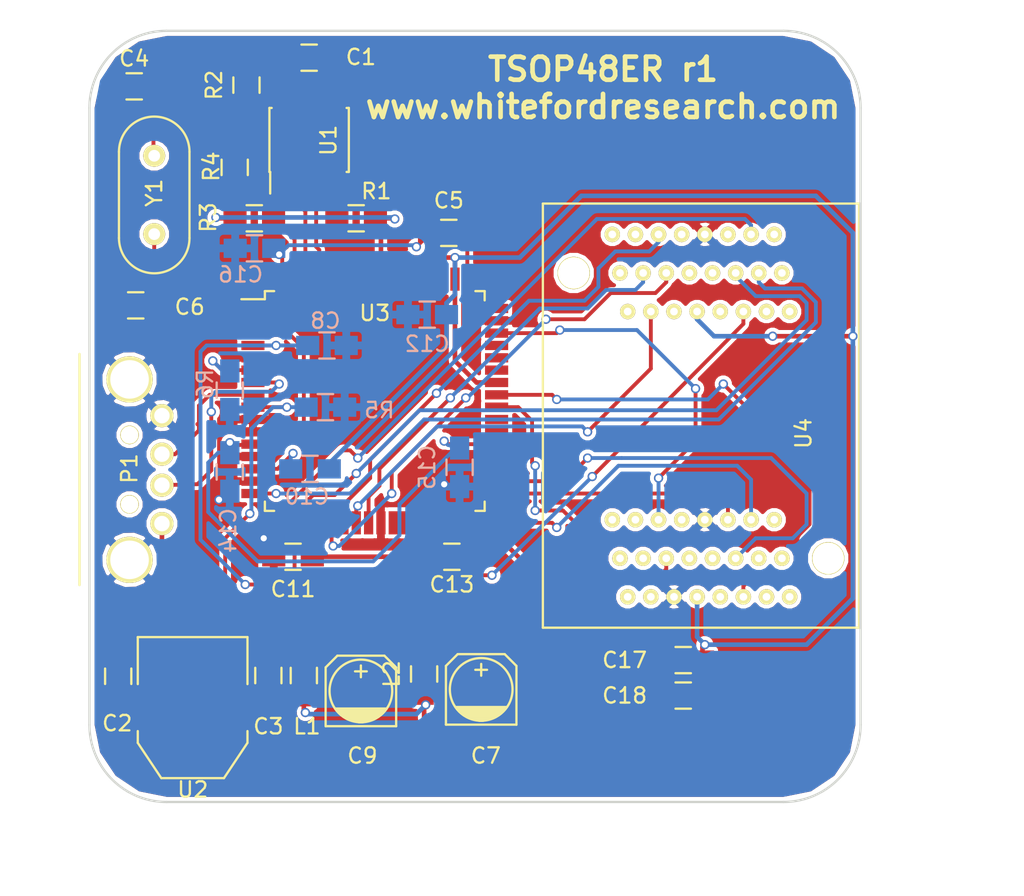
<source format=kicad_pcb>
(kicad_pcb (version 4) (host pcbnew "(2015-11-24 BZR 6329)-product")
  (layers (0 F.Cu signal) (31 B.Cu signal hide) (34 B.Paste user) (35 F.Paste user) (36 B.SilkS user hide) (37 F.SilkS user) (38 B.Mask user hide) (39 F.Mask user) (44 Edge.Cuts user))
  (net 0 "")
  (net 1 +3V3)
  (net 2 GND)
  (net 3 "Net-(C2-Pad1)")
  (net 4 "Net-(C2-Pad2)")
  (net 5 "Net-(C4-Pad1)")
  (net 6 +1V8)
  (net 7 "Net-(C5-Pad2)")
  (net 8 "Net-(C6-Pad1)")
  (net 9 "Net-(C7-Pad1)")
  (net 10 "Net-(C10-Pad1)")
  (net 11 "Net-(P1-Pad3)")
  (net 12 "Net-(P1-Pad2)")
  (net 13 "Net-(R1-Pad2)")
  (net 14 "Net-(R2-Pad1)")
  (net 15 "Net-(R3-Pad2)")
  (net 16 "Net-(R4-Pad2)")
  (net 17 "Net-(R5-Pad2)")
  (net 18 "Net-(R6-Pad2)")
  (net 19 "Net-(U3-Pad16)")
  (net 20 "Net-(U3-Pad17)")
  (net 21 "Net-(U3-Pad18)")
  (net 22 "Net-(U3-Pad19)")
  (net 23 "Net-(U3-Pad21)")
  (net 24 "Net-(U3-Pad22)")
  (net 25 "Net-(U3-Pad23)")
  (net 26 "Net-(U3-Pad24)")
  (net 27 NAND_WP)
  (net 28 NAND_CLE)
  (net 29 NAND_ALE)
  (net 30 NAND_RE)
  (net 31 NAND_WE)
  (net 32 NAND_RB)
  (net 33 "Net-(U4-Pad26)")
  (net 34 "Net-(U4-Pad27)")
  (module Capacitors_SMD:C_0805_HandSoldering (layer F.Cu) (at 198.5 118.1)
    (fp_text reference C18 (at -3.8 0) (layer F.SilkS))
    (fp_text value C_Small hide)
    (pad 1 smd rect (at -1.25 0) (size 1.5 1.25) (layers F.Cu F.Paste F.Mask) (net 2 GND))
    (pad 2 smd rect (at 1.25 0) (size 1.5 1.25) (layers F.Cu F.Paste F.Mask) (net 1 +3V3))
  )
  (module tsop48zif:TSOP48ZIF (layer F.Cu) (at 211.9 106.7 90)
    (fp_text reference U4 (at 5.6 -5.6 90) (layer F.SilkS))
    (fp_text value TSSOP48_NAND hide)
    (pad 1 thru_hole circle (at 0 -18 270) (size 1 1) (drill 0.5) (layers *.Cu *.Mask F.SilkS))
    (pad 2 thru_hole circle (at -2.5 -17.5 270) (size 1 1) (drill 0.5) (layers *.Cu *.Mask F.SilkS))
    (pad 3 thru_hole circle (at -5 -17 270) (size 1 1) (drill 0.5) (layers *.Cu *.Mask F.SilkS))
    (pad 4 thru_hole circle (at 0 -16.5 270) (size 1 1) (drill 0.5) (layers *.Cu *.Mask F.SilkS))
    (pad 5 thru_hole circle (at -2.5 -16 270) (size 1 1) (drill 0.5) (layers *.Cu *.Mask F.SilkS))
    (pad 6 thru_hole circle (at -5 -15.5 270) (size 1 1) (drill 0.5) (layers *.Cu *.Mask F.SilkS))
    (pad 7 thru_hole circle (at 0 -15 270) (size 1 1) (drill 0.5) (layers *.Cu *.Mask F.SilkS) (net 32 NAND_RB))
    (pad 8 thru_hole circle (at -2.5 -14.5 270) (size 1 1) (drill 0.5) (layers *.Cu *.Mask F.SilkS) (net 30 NAND_RE))
    (pad 9 thru_hole circle (at -5 -14 270) (size 1 1) (drill 0.5) (layers *.Cu *.Mask F.SilkS) (net 2 GND))
    (pad 10 thru_hole circle (at 0 -13.5 270) (size 1 1) (drill 0.5) (layers *.Cu *.Mask F.SilkS))
    (pad 11 thru_hole circle (at -2.5 -13 270) (size 1 1) (drill 0.5) (layers *.Cu *.Mask F.SilkS))
    (pad 12 thru_hole circle (at -5 -12.5 270) (size 1 1) (drill 0.5) (layers *.Cu *.Mask F.SilkS) (net 1 +3V3))
    (pad 13 thru_hole circle (at 0 -12 270) (size 1 1) (drill 0.5) (layers *.Cu *.Mask F.SilkS) (net 2 GND))
    (pad 14 thru_hole circle (at -2.5 -11.5 270) (size 1 1) (drill 0.5) (layers *.Cu *.Mask F.SilkS))
    (pad 15 thru_hole circle (at -5 -11 270) (size 1 1) (drill 0.5) (layers *.Cu *.Mask F.SilkS))
    (pad 16 thru_hole circle (at 0 -10.5 270) (size 1 1) (drill 0.5) (layers *.Cu *.Mask F.SilkS) (net 28 NAND_CLE))
    (pad 17 thru_hole circle (at -2.5 -10 270) (size 1 1) (drill 0.5) (layers *.Cu *.Mask F.SilkS) (net 29 NAND_ALE))
    (pad 18 thru_hole circle (at -5 -9.5 270) (size 1 1) (drill 0.5) (layers *.Cu *.Mask F.SilkS) (net 31 NAND_WE))
    (pad 19 thru_hole circle (at 0 -9 270) (size 1 1) (drill 0.5) (layers *.Cu *.Mask F.SilkS) (net 27 NAND_WP))
    (pad 20 thru_hole circle (at -2.5 -8.5 270) (size 1 1) (drill 0.5) (layers *.Cu *.Mask F.SilkS))
    (pad 21 thru_hole circle (at -5 -8 270) (size 1 1) (drill 0.5) (layers *.Cu *.Mask F.SilkS))
    (pad 22 thru_hole circle (at 0 -7.5 270) (size 1 1) (drill 0.5) (layers *.Cu *.Mask F.SilkS))
    (pad 23 thru_hole circle (at -2.5 -7 270) (size 1 1) (drill 0.5) (layers *.Cu *.Mask F.SilkS))
    (pad 24 thru_hole circle (at -5 -6.5 270) (size 1 1) (drill 0.5) (layers *.Cu *.Mask F.SilkS))
    (pad 25 thru_hole circle (at 13.5 -6.5 270) (size 1 1) (drill 0.5) (layers *.Cu *.Mask F.SilkS))
    (pad 26 thru_hole circle (at 16 -7 270) (size 1 1) (drill 0.5) (layers *.Cu *.Mask F.SilkS) (net 33 "Net-(U4-Pad26)"))
    (pad 27 thru_hole circle (at 18.5 -7.5 270) (size 1 1) (drill 0.5) (layers *.Cu *.Mask F.SilkS) (net 34 "Net-(U4-Pad27)"))
    (pad 28 thru_hole circle (at 13.5 -8 270) (size 1 1) (drill 0.5) (layers *.Cu *.Mask F.SilkS))
    (pad 29 thru_hole circle (at 16 -8.5 270) (size 1 1) (drill 0.5) (layers *.Cu *.Mask F.SilkS) (net 19 "Net-(U3-Pad16)"))
    (pad 30 thru_hole circle (at 18.5 -9 270) (size 1 1) (drill 0.5) (layers *.Cu *.Mask F.SilkS) (net 20 "Net-(U3-Pad17)"))
    (pad 31 thru_hole circle (at 13.5 -9.5 270) (size 1 1) (drill 0.5) (layers *.Cu *.Mask F.SilkS) (net 21 "Net-(U3-Pad18)"))
    (pad 32 thru_hole circle (at 16 -10 270) (size 1 1) (drill 0.5) (layers *.Cu *.Mask F.SilkS) (net 22 "Net-(U3-Pad19)"))
    (pad 33 thru_hole circle (at 18.5 -10.5 270) (size 1 1) (drill 0.5) (layers *.Cu *.Mask F.SilkS))
    (pad 34 thru_hole circle (at 13.5 -11 270) (size 1 1) (drill 0.5) (layers *.Cu *.Mask F.SilkS))
    (pad 35 thru_hole circle (at 16 -11.5 270) (size 1 1) (drill 0.5) (layers *.Cu *.Mask F.SilkS))
    (pad 36 thru_hole circle (at 18.5 -12 270) (size 1 1) (drill 0.5) (layers *.Cu *.Mask F.SilkS) (net 2 GND))
    (pad 37 thru_hole circle (at 13.5 -12.5 270) (size 1 1) (drill 0.5) (layers *.Cu *.Mask F.SilkS) (net 1 +3V3))
    (pad 38 thru_hole circle (at 16 -13 270) (size 1 1) (drill 0.5) (layers *.Cu *.Mask F.SilkS))
    (pad 39 thru_hole circle (at 18.5 -13.5 270) (size 1 1) (drill 0.5) (layers *.Cu *.Mask F.SilkS))
    (pad 40 thru_hole circle (at 13.5 -14 270) (size 1 1) (drill 0.5) (layers *.Cu *.Mask F.SilkS))
    (pad 41 thru_hole circle (at 16 -14.5 270) (size 1 1) (drill 0.5) (layers *.Cu *.Mask F.SilkS) (net 23 "Net-(U3-Pad21)"))
    (pad 42 thru_hole circle (at 18.5 -15 270) (size 1 1) (drill 0.5) (layers *.Cu *.Mask F.SilkS) (net 24 "Net-(U3-Pad22)"))
    (pad 43 thru_hole circle (at 13.5 -15.5 270) (size 1 1) (drill 0.5) (layers *.Cu *.Mask F.SilkS) (net 25 "Net-(U3-Pad23)"))
    (pad 44 thru_hole circle (at 16 -16 270) (size 1 1) (drill 0.5) (layers *.Cu *.Mask F.SilkS) (net 26 "Net-(U3-Pad24)"))
    (pad 45 thru_hole circle (at 18.5 -16.5 270) (size 1 1) (drill 0.5) (layers *.Cu *.Mask F.SilkS))
    (pad 46 thru_hole circle (at 13.5 -17 270) (size 1 1) (drill 0.5) (layers *.Cu *.Mask F.SilkS))
    (pad 47 thru_hole circle (at 16 -17.5 270) (size 1 1) (drill 0.5) (layers *.Cu *.Mask F.SilkS))
    (pad 48 thru_hole circle (at 18.5 -18 270) (size 1 1) (drill 0.5) (layers *.Cu *.Mask F.SilkS))
    (pad "" thru_hole circle (at 16 -20.5 90) (size 2.1 2.1) (drill 2) (layers *.Cu *.Mask F.SilkS))
    (pad "" thru_hole circle (at -2.5 -4 90) (size 2.1 2.1) (drill 2) (layers *.Cu *.Mask F.SilkS))
  )
  (module Capacitors_SMD:C_0805_HandSoldering (layer F.Cu) (at 174.244 76.74)
    (fp_text reference C1 (at 3.356 -0.04) (layer F.SilkS))
    (fp_text value C_Small hide)
    (pad 1 smd rect (at -1.25 0) (size 1.5 1.25) (layers F.Cu F.Paste F.Mask) (net 1 +3V3))
    (pad 2 smd rect (at 1.25 0) (size 1.5 1.25) (layers F.Cu F.Paste F.Mask) (net 2 GND))
  )
  (module Capacitors_SMD:C_0805_HandSoldering (layer F.Cu) (at 161.864 116.848 270)
    (fp_text reference C2 (at 3.052 0.064 360) (layer F.SilkS))
    (fp_text value C_Small hide)
    (pad 1 smd rect (at -1.25 0 270) (size 1.5 1.25) (layers F.Cu F.Paste F.Mask) (net 3 "Net-(C2-Pad1)"))
    (pad 2 smd rect (at 1.25 0 270) (size 1.5 1.25) (layers F.Cu F.Paste F.Mask) (net 4 "Net-(C2-Pad2)"))
  )
  (module Capacitors_SMD:C_0805_HandSoldering (layer F.Cu) (at 171.6 116.8 270)
    (fp_text reference C3 (at 3.3 0 360) (layer F.SilkS))
    (fp_text value C_Small hide)
    (pad 1 smd rect (at -1.25 0 270) (size 1.5 1.25) (layers F.Cu F.Paste F.Mask) (net 1 +3V3))
    (pad 2 smd rect (at 1.25 0 270) (size 1.5 1.25) (layers F.Cu F.Paste F.Mask) (net 4 "Net-(C2-Pad2)"))
  )
  (module Capacitors_SMD:C_0805_HandSoldering (layer F.Cu) (at 162.9 78.6 180)
    (fp_text reference C4 (at 0 1.8 180) (layer F.SilkS))
    (fp_text value C_Small hide)
    (pad 1 smd rect (at -1.25 0 180) (size 1.5 1.25) (layers F.Cu F.Paste F.Mask) (net 5 "Net-(C4-Pad1)"))
    (pad 2 smd rect (at 1.25 0 180) (size 1.5 1.25) (layers F.Cu F.Paste F.Mask) (net 2 GND))
  )
  (module Capacitors_SMD:C_0805_HandSoldering (layer F.Cu) (at 183.3 88.1)
    (fp_text reference C5 (at 0 -2.1) (layer F.SilkS))
    (fp_text value C_Small hide)
    (pad 1 smd rect (at -1.25 0) (size 1.5 1.25) (layers F.Cu F.Paste F.Mask) (net 6 +1V8))
    (pad 2 smd rect (at 1.25 0) (size 1.5 1.25) (layers F.Cu F.Paste F.Mask) (net 7 "Net-(C5-Pad2)"))
  )
  (module Capacitors_SMD:C_0805_HandSoldering (layer F.Cu) (at 163 92.8 180)
    (fp_text reference C6 (at -3.5 -0.1 180) (layer F.SilkS))
    (fp_text value C_Small)
    (pad 1 smd rect (at -1.25 0 180) (size 1.5 1.25) (layers F.Cu F.Paste F.Mask) (net 8 "Net-(C6-Pad1)"))
    (pad 2 smd rect (at 1.25 0 180) (size 1.5 1.25) (layers F.Cu F.Paste F.Mask) (net 2 GND))
  )
  (module Capacitors_SMD:C_0805_HandSoldering (layer B.Cu) (at 175.4 95.4)
    (fp_text reference C8 (at -0.1 -1.6) (layer B.SilkS) (effects (justify mirror)))
    (fp_text value 100nF)
    (pad 1 smd rect (at -1.25 0) (size 1.5 1.25) (layers B.Cu B.Paste B.Mask) (net 9 "Net-(C7-Pad1)"))
    (pad 2 smd rect (at 1.25 0) (size 1.5 1.25) (layers B.Cu B.Paste B.Mask) (net 2 GND))
  )
  (module Capacitors_SMD:C_0805_HandSoldering (layer B.Cu) (at 175.3 99.4)
    (fp_text reference C10 (at -1.2 5.8) (layer B.SilkS) (effects (justify mirror)))
    (fp_text value 100nF)
    (pad 1 smd rect (at -1.25 0) (size 1.5 1.25) (layers B.Cu B.Paste B.Mask) (net 10 "Net-(C10-Pad1)"))
    (pad 2 smd rect (at 1.25 0) (size 1.5 1.25) (layers B.Cu B.Paste B.Mask) (net 2 GND))
  )
  (module Capacitors_SMD:C_0805_HandSoldering (layer F.Cu) (at 173.2 109.1 180)
    (fp_text reference C11 (at 0 -2.1 180) (layer F.SilkS))
    (fp_text value C_Small)
    (pad 1 smd rect (at -1.25 0 180) (size 1.5 1.25) (layers F.Cu F.Paste F.Mask) (net 1 +3V3))
    (pad 2 smd rect (at 1.25 0 180) (size 1.5 1.25) (layers F.Cu F.Paste F.Mask) (net 2 GND))
  )
  (module Capacitors_SMD:C_0805_HandSoldering (layer B.Cu) (at 181.9 93.4 180)
    (fp_text reference C12 (at 0 -1.9 180) (layer B.SilkS) (effects (justify mirror)))
    (fp_text value C_Small)
    (pad 1 smd rect (at -1.25 0 180) (size 1.5 1.25) (layers B.Cu B.Paste B.Mask) (net 1 +3V3))
    (pad 2 smd rect (at 1.25 0 180) (size 1.5 1.25) (layers B.Cu B.Paste B.Mask) (net 2 GND))
  )
  (module Capacitors_SMD:C_0805_HandSoldering (layer F.Cu) (at 183.5 109.1)
    (fp_text reference C13 (at 0 1.8) (layer F.SilkS))
    (fp_text value C_Small hide)
    (pad 1 smd rect (at -1.25 0) (size 1.5 1.25) (layers F.Cu F.Paste F.Mask) (net 1 +3V3))
    (pad 2 smd rect (at 1.25 0) (size 1.5 1.25) (layers F.Cu F.Paste F.Mask) (net 2 GND))
  )
  (module Capacitors_SMD:C_0805_HandSoldering (layer B.Cu) (at 169.1 103.6 270)
    (fp_text reference C14 (at 3.8 0.1 270) (layer B.SilkS) (effects (justify mirror)))
    (fp_text value C_Small)
    (pad 1 smd rect (at -1.25 0 270) (size 1.5 1.25) (layers B.Cu B.Paste B.Mask) (net 6 +1V8))
    (pad 2 smd rect (at 1.25 0 270) (size 1.5 1.25) (layers B.Cu B.Paste B.Mask) (net 2 GND))
  )
  (module Capacitors_SMD:C_0805_HandSoldering (layer B.Cu) (at 184 103.3 270)
    (fp_text reference C15 (at 0 2.1 270) (layer B.SilkS) (effects (justify mirror)))
    (fp_text value C_Small)
    (pad 1 smd rect (at -1.25 0 270) (size 1.5 1.25) (layers B.Cu B.Paste B.Mask) (net 6 +1V8))
    (pad 2 smd rect (at 1.25 0 270) (size 1.5 1.25) (layers B.Cu B.Paste B.Mask) (net 2 GND))
  )
  (module Capacitors_SMD:C_0805_HandSoldering (layer B.Cu) (at 170.7 89.1 180)
    (fp_text reference C16 (at 0.9 -1.7 180) (layer B.SilkS) (effects (justify mirror)))
    (fp_text value C_Small)
    (pad 1 smd rect (at -1.25 0 180) (size 1.5 1.25) (layers B.Cu B.Paste B.Mask) (net 6 +1V8))
    (pad 2 smd rect (at 1.25 0 180) (size 1.5 1.25) (layers B.Cu B.Paste B.Mask) (net 2 GND))
  )
  (module Capacitors_SMD:C_0805_HandSoldering (layer F.Cu) (at 198.5 115.8)
    (fp_text reference C17 (at -3.8 0) (layer F.SilkS))
    (fp_text value C_Small hide)
    (pad 1 smd rect (at -1.25 0) (size 1.5 1.25) (layers F.Cu F.Paste F.Mask) (net 2 GND))
    (pad 2 smd rect (at 1.25 0) (size 1.5 1.25) (layers F.Cu F.Paste F.Mask) (net 1 +3V3))
  )
  (module Capacitors_SMD:C_0805_HandSoldering (layer F.Cu) (at 173.9 116.8 90)
    (fp_text reference L1 (at -3.3 0.2 180) (layer F.SilkS))
    (fp_text value INDUCTOR_SMALL hide)
    (pad 1 smd rect (at -1.25 0 90) (size 1.5 1.25) (layers F.Cu F.Paste F.Mask) (net 1 +3V3))
    (pad 2 smd rect (at 1.25 0 90) (size 1.5 1.25) (layers F.Cu F.Paste F.Mask) (net 10 "Net-(C10-Pad1)"))
  )
  (module Capacitors_SMD:C_0805_HandSoldering (layer F.Cu) (at 181.7 116.7 90)
    (fp_text reference L2 (at 0 -2.1 90) (layer F.SilkS))
    (fp_text value INDUCTOR_SMALL hide)
    (pad 1 smd rect (at -1.25 0 90) (size 1.5 1.25) (layers F.Cu F.Paste F.Mask) (net 1 +3V3))
    (pad 2 smd rect (at 1.25 0 90) (size 1.5 1.25) (layers F.Cu F.Paste F.Mask) (net 9 "Net-(C7-Pad1)"))
  )
  (module usbAtaobao:USB_A (layer F.Cu) (at 160.5 107 90)
    (fp_text reference P1 (at 3.62 2.09 90) (layer F.SilkS))
    (fp_text value USB_B hide)
    (pad 4 thru_hole circle (at 7.05 4.2) (size 1.50114 1.50114) (drill 1.00076) (layers *.Cu *.Mask F.SilkS) (net 2 GND))
    (pad 3 thru_hole circle (at 4.55 4.2) (size 1.50114 1.50114) (drill 1.00076) (layers *.Cu *.Mask F.SilkS) (net 11 "Net-(P1-Pad3)"))
    (pad 2 thru_hole circle (at 2.54 4.2) (size 1.50114 1.50114) (drill 1.00076) (layers *.Cu *.Mask F.SilkS) (net 12 "Net-(P1-Pad2)"))
    (pad 1 thru_hole circle (at 0.05 4.2) (size 1.50114 1.50114) (drill 1.00076) (layers *.Cu *.Mask F.SilkS) (net 3 "Net-(C2-Pad1)"))
    (pad 5 thru_hole circle (at 9.4 2.1) (size 2.99974 2.99974) (drill 2.5) (layers *.Cu *.Mask F.SilkS) (net 2 GND))
    (pad 5 thru_hole circle (at -2.3 2.1) (size 2.99974 2.99974) (drill 2.5) (layers *.Cu *.Mask F.SilkS) (net 2 GND))
    (pad 6 thru_hole circle (at 5.8 2.1) (size 1.2 1.2) (drill 1.1) (layers *.Cu *.Mask F.SilkS))
    (pad 7 thru_hole circle (at 1.3 2.1) (size 1.2 1.2) (drill 1.1) (layers *.Cu *.Mask F.SilkS))
  )
  (module Capacitors_SMD:C_0805_HandSoldering (layer F.Cu) (at 177.292 87.154 180)
    (fp_text reference R1 (at -1.308 1.754 180) (layer F.SilkS))
    (fp_text value 10K hide)
    (pad 1 smd rect (at -1.25 0 180) (size 1.5 1.25) (layers F.Cu F.Paste F.Mask) (net 1 +3V3))
    (pad 2 smd rect (at 1.25 0 180) (size 1.5 1.25) (layers F.Cu F.Paste F.Mask) (net 13 "Net-(R1-Pad2)"))
  )
  (module Capacitors_SMD:C_0805_HandSoldering (layer F.Cu) (at 170.18 78.518 90)
    (fp_text reference R2 (at 0 -2.1 90) (layer F.SilkS))
    (fp_text value 2K hide)
    (pad 1 smd rect (at -1.25 0 90) (size 1.5 1.25) (layers F.Cu F.Paste F.Mask) (net 14 "Net-(R2-Pad1)"))
    (pad 2 smd rect (at 1.25 0 90) (size 1.5 1.25) (layers F.Cu F.Paste F.Mask) (net 1 +3V3))
  )
  (module Capacitors_SMD:C_0805_HandSoldering (layer F.Cu) (at 170.688 87.154)
    (fp_text reference R3 (at -2.988 -0.054 90) (layer F.SilkS))
    (fp_text value 10K hide)
    (pad 1 smd rect (at -1.25 0) (size 1.5 1.25) (layers F.Cu F.Paste F.Mask) (net 1 +3V3))
    (pad 2 smd rect (at 1.25 0) (size 1.5 1.25) (layers F.Cu F.Paste F.Mask) (net 15 "Net-(R3-Pad2)"))
  )
  (module Capacitors_SMD:C_0805_HandSoldering (layer F.Cu) (at 169.418 83.852 90)
    (fp_text reference R4 (at 0.052 -1.518 90) (layer F.SilkS))
    (fp_text value 10K hide)
    (pad 1 smd rect (at -1.25 0 90) (size 1.5 1.25) (layers F.Cu F.Paste F.Mask) (net 1 +3V3))
    (pad 2 smd rect (at 1.25 0 90) (size 1.5 1.25) (layers F.Cu F.Paste F.Mask) (net 16 "Net-(R4-Pad2)"))
  )
  (module Capacitors_SMD:C_0805_HandSoldering (layer B.Cu) (at 174.3 103.4 180)
    (fp_text reference R5 (at -4.5 3.8 180) (layer B.SilkS) (effects (justify mirror)))
    (fp_text value 10K hide)
    (pad 1 smd rect (at -1.25 0 180) (size 1.5 1.25) (layers B.Cu B.Paste B.Mask) (net 1 +3V3))
    (pad 2 smd rect (at 1.25 0 180) (size 1.5 1.25) (layers B.Cu B.Paste B.Mask) (net 17 "Net-(R5-Pad2)"))
  )
  (module Capacitors_SMD:C_0805_HandSoldering (layer B.Cu) (at 169.1 98.3 90)
    (fp_text reference R6 (at 0.4 -1.6 90) (layer B.SilkS) (effects (justify mirror)))
    (fp_text value 12k)
    (pad 1 smd rect (at -1.25 0 90) (size 1.5 1.25) (layers B.Cu B.Paste B.Mask) (net 2 GND))
    (pad 2 smd rect (at 1.25 0 90) (size 1.5 1.25) (layers B.Cu B.Paste B.Mask) (net 18 "Net-(R6-Pad2)"))
  )
  (module TO_SOT_Packages_SMD:SOT-223 (layer F.Cu) (at 166.69 118.88 180)
    (fp_text reference U2 (at -0.01 -5.32 180) (layer F.SilkS))
    (fp_text value AP1117 hide)
    (pad 4 smd rect (at 0 -3.302 180) (size 3.6576 2.032) (layers F.Cu F.Paste F.Mask))
    (pad 2 smd rect (at 0 3.302 180) (size 1.016 2.032) (layers F.Cu F.Paste F.Mask) (net 1 +3V3))
    (pad 3 smd rect (at 2.286 3.302 180) (size 1.016 2.032) (layers F.Cu F.Paste F.Mask) (net 3 "Net-(C2-Pad1)"))
    (pad 1 smd rect (at -2.286 3.302 180) (size 1.016 2.032) (layers F.Cu F.Paste F.Mask) (net 4 "Net-(C2-Pad2)"))
  )
  (module Housings_QFP:LQFP-64_14x14mm_Pitch0.8mm (layer F.Cu) (at 178.5 99)
    (fp_text reference U3 (at 0 -5.7) (layer F.SilkS))
    (fp_text value FT2232 hide)
    (pad 1 smd rect (at -7.9 -6) (size 1.5 0.6) (layers F.Cu F.Paste F.Mask) (net 2 GND))
    (pad 2 smd rect (at -7.9 -5.2) (size 1.5 0.6) (layers F.Cu F.Paste F.Mask) (net 5 "Net-(C4-Pad1)"))
    (pad 3 smd rect (at -7.9 -4.4) (size 1.5 0.6) (layers F.Cu F.Paste F.Mask) (net 8 "Net-(C6-Pad1)"))
    (pad 4 smd rect (at -7.9 -3.6) (size 1.5 0.6) (layers F.Cu F.Paste F.Mask) (net 9 "Net-(C7-Pad1)"))
    (pad 5 smd rect (at -7.9 -2.8) (size 1.5 0.6) (layers F.Cu F.Paste F.Mask) (net 2 GND))
    (pad 6 smd rect (at -7.9 -2) (size 1.5 0.6) (layers F.Cu F.Paste F.Mask) (net 18 "Net-(R6-Pad2)"))
    (pad 7 smd rect (at -7.9 -1.2) (size 1.5 0.6) (layers F.Cu F.Paste F.Mask) (net 12 "Net-(P1-Pad2)"))
    (pad 8 smd rect (at -7.9 -0.4) (size 1.5 0.6) (layers F.Cu F.Paste F.Mask) (net 11 "Net-(P1-Pad3)"))
    (pad 9 smd rect (at -7.9 0.4) (size 1.5 0.6) (layers F.Cu F.Paste F.Mask) (net 10 "Net-(C10-Pad1)"))
    (pad 10 smd rect (at -7.9 1.2) (size 1.5 0.6) (layers F.Cu F.Paste F.Mask) (net 2 GND))
    (pad 11 smd rect (at -7.9 2) (size 1.5 0.6) (layers F.Cu F.Paste F.Mask) (net 2 GND))
    (pad 12 smd rect (at -7.9 2.8) (size 1.5 0.6) (layers F.Cu F.Paste F.Mask) (net 6 +1V8))
    (pad 13 smd rect (at -7.9 3.6) (size 1.5 0.6) (layers F.Cu F.Paste F.Mask) (net 2 GND))
    (pad 14 smd rect (at -7.9 4.4) (size 1.5 0.6) (layers F.Cu F.Paste F.Mask) (net 17 "Net-(R5-Pad2)"))
    (pad 15 smd rect (at -7.9 5.2) (size 1.5 0.6) (layers F.Cu F.Paste F.Mask) (net 2 GND))
    (pad 16 smd rect (at -7.9 6) (size 1.5 0.6) (layers F.Cu F.Paste F.Mask) (net 19 "Net-(U3-Pad16)"))
    (pad 17 smd rect (at -6 7.9 90) (size 1.5 0.6) (layers F.Cu F.Paste F.Mask) (net 20 "Net-(U3-Pad17)"))
    (pad 18 smd rect (at -5.2 7.9 90) (size 1.5 0.6) (layers F.Cu F.Paste F.Mask) (net 21 "Net-(U3-Pad18)"))
    (pad 19 smd rect (at -4.4 7.9 90) (size 1.5 0.6) (layers F.Cu F.Paste F.Mask) (net 22 "Net-(U3-Pad19)"))
    (pad 20 smd rect (at -3.6 7.9 90) (size 1.5 0.6) (layers F.Cu F.Paste F.Mask) (net 1 +3V3))
    (pad 21 smd rect (at -2.8 7.9 90) (size 1.5 0.6) (layers F.Cu F.Paste F.Mask) (net 23 "Net-(U3-Pad21)"))
    (pad 22 smd rect (at -2 7.9 90) (size 1.5 0.6) (layers F.Cu F.Paste F.Mask) (net 24 "Net-(U3-Pad22)"))
    (pad 23 smd rect (at -1.2 7.9 90) (size 1.5 0.6) (layers F.Cu F.Paste F.Mask) (net 25 "Net-(U3-Pad23)"))
    (pad 24 smd rect (at -0.4 7.9 90) (size 1.5 0.6) (layers F.Cu F.Paste F.Mask) (net 26 "Net-(U3-Pad24)"))
    (pad 25 smd rect (at 0.4 7.9 90) (size 1.5 0.6) (layers F.Cu F.Paste F.Mask) (net 2 GND))
    (pad 26 smd rect (at 1.2 7.9 90) (size 1.5 0.6) (layers F.Cu F.Paste F.Mask))
    (pad 27 smd rect (at 2 7.9 90) (size 1.5 0.6) (layers F.Cu F.Paste F.Mask))
    (pad 28 smd rect (at 2.8 7.9 90) (size 1.5 0.6) (layers F.Cu F.Paste F.Mask))
    (pad 29 smd rect (at 3.6 7.9 90) (size 1.5 0.6) (layers F.Cu F.Paste F.Mask))
    (pad 30 smd rect (at 4.4 7.9 90) (size 1.5 0.6) (layers F.Cu F.Paste F.Mask))
    (pad 31 smd rect (at 5.2 7.9 90) (size 1.5 0.6) (layers F.Cu F.Paste F.Mask) (net 1 +3V3))
    (pad 32 smd rect (at 6 7.9 90) (size 1.5 0.6) (layers F.Cu F.Paste F.Mask) (net 27 NAND_WP))
    (pad 33 smd rect (at 7.9 6) (size 1.5 0.6) (layers F.Cu F.Paste F.Mask) (net 28 NAND_CLE))
    (pad 34 smd rect (at 7.9 5.2) (size 1.5 0.6) (layers F.Cu F.Paste F.Mask) (net 29 NAND_ALE))
    (pad 35 smd rect (at 7.9 4.4) (size 1.5 0.6) (layers F.Cu F.Paste F.Mask) (net 2 GND))
    (pad 36 smd rect (at 7.9 3.6) (size 1.5 0.6) (layers F.Cu F.Paste F.Mask))
    (pad 37 smd rect (at 7.9 2.8) (size 1.5 0.6) (layers F.Cu F.Paste F.Mask) (net 6 +1V8))
    (pad 38 smd rect (at 7.9 2) (size 1.5 0.6) (layers F.Cu F.Paste F.Mask))
    (pad 39 smd rect (at 7.9 1.2) (size 1.5 0.6) (layers F.Cu F.Paste F.Mask))
    (pad 40 smd rect (at 7.9 0.4) (size 1.5 0.6) (layers F.Cu F.Paste F.Mask) (net 30 NAND_RE))
    (pad 41 smd rect (at 7.9 -0.4) (size 1.5 0.6) (layers F.Cu F.Paste F.Mask) (net 31 NAND_WE))
    (pad 42 smd rect (at 7.9 -1.2) (size 1.5 0.6) (layers F.Cu F.Paste F.Mask) (net 1 +3V3))
    (pad 43 smd rect (at 7.9 -2) (size 1.5 0.6) (layers F.Cu F.Paste F.Mask))
    (pad 44 smd rect (at 7.9 -2.8) (size 1.5 0.6) (layers F.Cu F.Paste F.Mask))
    (pad 45 smd rect (at 7.9 -3.6) (size 1.5 0.6) (layers F.Cu F.Paste F.Mask))
    (pad 46 smd rect (at 7.9 -4.4) (size 1.5 0.6) (layers F.Cu F.Paste F.Mask) (net 32 NAND_RB))
    (pad 47 smd rect (at 7.9 -5.2) (size 1.5 0.6) (layers F.Cu F.Paste F.Mask) (net 2 GND))
    (pad 48 smd rect (at 7.9 -6) (size 1.5 0.6) (layers F.Cu F.Paste F.Mask))
    (pad 49 smd rect (at 6 -7.9 90) (size 1.5 0.6) (layers F.Cu F.Paste F.Mask) (net 7 "Net-(C5-Pad2)"))
    (pad 50 smd rect (at 5.2 -7.9 90) (size 1.5 0.6) (layers F.Cu F.Paste F.Mask) (net 1 +3V3))
    (pad 51 smd rect (at 4.4 -7.9 90) (size 1.5 0.6) (layers F.Cu F.Paste F.Mask) (net 2 GND))
    (pad 52 smd rect (at 3.6 -7.9 90) (size 1.5 0.6) (layers F.Cu F.Paste F.Mask))
    (pad 53 smd rect (at 2.8 -7.9 90) (size 1.5 0.6) (layers F.Cu F.Paste F.Mask))
    (pad 54 smd rect (at 2 -7.9 90) (size 1.5 0.6) (layers F.Cu F.Paste F.Mask))
    (pad 55 smd rect (at 1.2 -7.9 90) (size 1.5 0.6) (layers F.Cu F.Paste F.Mask))
    (pad 56 smd rect (at 0.4 -7.9 90) (size 1.5 0.6) (layers F.Cu F.Paste F.Mask) (net 1 +3V3))
    (pad 57 smd rect (at -0.4 -7.9 90) (size 1.5 0.6) (layers F.Cu F.Paste F.Mask))
    (pad 58 smd rect (at -1.2 -7.9 90) (size 1.5 0.6) (layers F.Cu F.Paste F.Mask))
    (pad 59 smd rect (at -2 -7.9 90) (size 1.5 0.6) (layers F.Cu F.Paste F.Mask))
    (pad 60 smd rect (at -2.8 -7.9 90) (size 1.5 0.6) (layers F.Cu F.Paste F.Mask))
    (pad 61 smd rect (at -3.6 -7.9 90) (size 1.5 0.6) (layers F.Cu F.Paste F.Mask) (net 14 "Net-(R2-Pad1)"))
    (pad 62 smd rect (at -4.4 -7.9 90) (size 1.5 0.6) (layers F.Cu F.Paste F.Mask) (net 16 "Net-(R4-Pad2)"))
    (pad 63 smd rect (at -5.2 -7.9 90) (size 1.5 0.6) (layers F.Cu F.Paste F.Mask) (net 15 "Net-(R3-Pad2)"))
    (pad 64 smd rect (at -6 -7.9 90) (size 1.5 0.6) (layers F.Cu F.Paste F.Mask) (net 6 +1V8))
  )
  (module Crystals:HC-49V (layer F.Cu) (at 164.2 83.1 270)
    (fp_text reference Y1 (at 2.4 0 270) (layer F.SilkS))
    (fp_text value Crystal_Small hide)
    (pad 1 thru_hole circle (at 0 0 270) (size 1.4224 1.4224) (drill 0.762) (layers *.Cu *.Mask F.SilkS) (net 5 "Net-(C4-Pad1)"))
    (pad 2 thru_hole circle (at 5.08 0 270) (size 1.4224 1.4224) (drill 0.762) (layers *.Cu *.Mask F.SilkS) (net 8 "Net-(C6-Pad1)"))
  )
  (module Capacitors_SMD:c_elec_4x5.3 (layer F.Cu) (at 185.4 117.7 90)
    (fp_text reference C7 (at -4.3 0.3 360) (layer F.SilkS))
    (fp_text value 4.7uF hide)
    (pad 1 smd rect (at 1.80086 0 90) (size 2.60096 1.6002) (layers F.Cu F.Paste F.Mask) (net 9 "Net-(C7-Pad1)"))
    (pad 2 smd rect (at -1.80086 0 90) (size 2.60096 1.6002) (layers F.Cu F.Paste F.Mask) (net 2 GND))
  )
  (module Capacitors_SMD:c_elec_4x5.3 (layer F.Cu) (at 177.6 117.8 90)
    (fp_text reference C9 (at -4.2 0.1 180) (layer F.SilkS))
    (fp_text value 4.7uF hide)
    (pad 1 smd rect (at 1.80086 0 90) (size 2.60096 1.6002) (layers F.Cu F.Paste F.Mask) (net 10 "Net-(C10-Pad1)"))
    (pad 2 smd rect (at -1.80086 0 90) (size 2.60096 1.6002) (layers F.Cu F.Paste F.Mask) (net 2 GND))
  )
  (module Housings_SOIC:SOIC-8_3.9x4.9mm_Pitch1.27mm (layer F.Cu) (at 174.244 82.074 90)
    (fp_text reference U1 (at -0.026 1.256 90) (layer F.SilkS))
    (fp_text value 93CxxA hide)
    (pad 1 smd rect (at -2.7 -1.905 90) (size 1.55 0.6) (layers F.Cu F.Paste F.Mask) (net 15 "Net-(R3-Pad2)"))
    (pad 2 smd rect (at -2.7 -0.635 90) (size 1.55 0.6) (layers F.Cu F.Paste F.Mask) (net 16 "Net-(R4-Pad2)"))
    (pad 3 smd rect (at -2.7 0.635 90) (size 1.55 0.6) (layers F.Cu F.Paste F.Mask) (net 14 "Net-(R2-Pad1)"))
    (pad 4 smd rect (at -2.7 1.905 90) (size 1.55 0.6) (layers F.Cu F.Paste F.Mask) (net 13 "Net-(R1-Pad2)"))
    (pad 5 smd rect (at 2.7 1.905 90) (size 1.55 0.6) (layers F.Cu F.Paste F.Mask) (net 2 GND))
    (pad 6 smd rect (at 2.7 0.635 90) (size 1.55 0.6) (layers F.Cu F.Paste F.Mask))
    (pad 7 smd rect (at 2.7 -0.635 90) (size 1.55 0.6) (layers F.Cu F.Paste F.Mask))
    (pad 8 smd rect (at 2.7 -1.905 90) (size 1.55 0.6) (layers F.Cu F.Paste F.Mask) (net 1 +3V3))
  )
  (gr_line (start 160 120) (end 160 80) (angle 90) (layer Edge.Cuts) (width 0.15))
  (gr_line (start 205 125) (end 165 125) (angle 90) (layer Edge.Cuts) (width 0.15))
  (gr_line (start 210 80) (end 210 120) (angle 90) (layer Edge.Cuts) (width 0.15))
  (gr_line (start 205 75) (end 165 75) (angle 90) (layer Edge.Cuts) (width 0.15))
  (gr_arc (start 205 80) (end 205 75) (angle 90) (layer Edge.Cuts) (width 0.15))
  (gr_arc (start 165 80) (end 160 80) (angle 90) (layer Edge.Cuts) (width 0.15))
  (gr_arc (start 165 120) (end 165 125) (angle 90) (layer Edge.Cuts) (width 0.15))
  (gr_arc (start 205 120) (end 210 120) (angle 90) (layer Edge.Cuts) (width 0.15))
  (gr_text "TSOP48ER r1\nwww.whitefordresearch.com" (at 193.3 78.7) (layer F.SilkS) (effects (font (size 1.5 1.5) (thickness 0.3))))
  (segment (start 169.418 85.102) (end 169.418 87.134) (width 0.3) (layer F.Cu) (net 1))
  (segment (start 169.418 87.134) (end 169.438 87.154) (width 0.3) (layer F.Cu) (net 1))
  (segment (start 170.18 77.268) (end 169.832 77.268) (width 0.3) (layer F.Cu) (net 1))
  (segment (start 169.832 77.268) (end 168.2 78.9) (width 0.3) (layer F.Cu) (net 1))
  (segment (start 168.702 85.102) (end 169.418 85.102) (width 0.3) (layer F.Cu) (net 1))
  (segment (start 168.2 84.6) (end 168.702 85.102) (width 0.3) (layer F.Cu) (net 1))
  (segment (start 168.2 78.9) (end 168.2 84.6) (width 0.3) (layer F.Cu) (net 1))
  (segment (start 172.994 76.74) (end 170.708 76.74) (width 0.3) (layer F.Cu) (net 1))
  (segment (start 170.708 76.74) (end 170.18 77.268) (width 0.3) (layer F.Cu) (net 1))
  (segment (start 172.339 79.374) (end 172.339 77.395) (width 0.3) (layer F.Cu) (net 1))
  (segment (start 172.339 77.395) (end 172.994 76.74) (width 0.3) (layer F.Cu) (net 1))
  (segment (start 178.542 87.154) (end 179.754 87.154) (width 0.3) (layer F.Cu) (net 1))
  (segment (start 168.254 87.154) (end 169.438 87.154) (width 0.3) (layer F.Cu) (net 1))
  (segment (start 168.2 87.1) (end 168.254 87.154) (width 0.3) (layer F.Cu) (net 1))
  (via (at 168.2 87.1) (size 0.6) (drill 0.4) (layers F.Cu B.Cu) (net 1))
  (segment (start 179.7 87.1) (end 168.2 87.1) (width 0.3) (layer B.Cu) (net 1))
  (segment (start 179.8 87.2) (end 179.7 87.1) (width 0.3) (layer B.Cu) (net 1))
  (via (at 179.8 87.2) (size 0.6) (drill 0.4) (layers F.Cu B.Cu) (net 1))
  (segment (start 179.754 87.154) (end 179.8 87.2) (width 0.3) (layer F.Cu) (net 1))
  (segment (start 178.9 91.1) (end 178.9 87.512) (width 0.3) (layer F.Cu) (net 1))
  (segment (start 178.9 87.512) (end 178.542 87.154) (width 0.3) (layer F.Cu) (net 1))
  (segment (start 183.7 89.7) (end 179.3 89.7) (width 0.3) (layer F.Cu) (net 1))
  (segment (start 178.9 90.1) (end 178.9 91.1) (width 0.3) (layer F.Cu) (net 1))
  (segment (start 179.3 89.7) (end 178.9 90.1) (width 0.3) (layer F.Cu) (net 1))
  (segment (start 199.4 93.2) (end 199.4 93.7) (width 0.3) (layer B.Cu) (net 1))
  (segment (start 199.4 93.7) (end 200.5 94.8) (width 0.3) (layer B.Cu) (net 1))
  (segment (start 200.5 94.8) (end 204.3 94.8) (width 0.3) (layer B.Cu) (net 1))
  (via (at 204.3 94.8) (size 0.6) (drill 0.4) (layers F.Cu B.Cu) (net 1))
  (segment (start 204.3 94.8) (end 209.5 94.8) (width 0.3) (layer F.Cu) (net 1))
  (via (at 209.5 94.8) (size 0.6) (drill 0.4) (layers F.Cu B.Cu) (net 1))
  (segment (start 209.5 94.8) (end 209.6 94.8) (width 0.3) (layer B.Cu) (net 1))
  (segment (start 209.6 94.8) (end 209.5 94.8) (width 0.3) (layer B.Cu) (net 1))
  (segment (start 183.7 89.7) (end 187.9 89.7) (width 0.3) (layer B.Cu) (net 1))
  (segment (start 206.5 114.8) (end 199.9 114.8) (width 0.3) (layer B.Cu) (net 1))
  (segment (start 209.5 111.8) (end 206.5 114.8) (width 0.3) (layer B.Cu) (net 1))
  (segment (start 209.5 88.1) (end 209.5 94.8) (width 0.3) (layer B.Cu) (net 1))
  (segment (start 209.5 94.8) (end 209.5 111.8) (width 0.3) (layer B.Cu) (net 1))
  (segment (start 207.1 85.7) (end 209.5 88.1) (width 0.3) (layer B.Cu) (net 1))
  (segment (start 191.9 85.7) (end 207.1 85.7) (width 0.3) (layer B.Cu) (net 1))
  (segment (start 187.9 89.7) (end 191.9 85.7) (width 0.3) (layer B.Cu) (net 1))
  (segment (start 175.55 103.4) (end 175.55 103.05) (width 0.3) (layer B.Cu) (net 1))
  (segment (start 175.55 103.05) (end 183.15 95.45) (width 0.3) (layer B.Cu) (net 1))
  (segment (start 183.15 95.45) (end 183.15 93.4) (width 0.3) (layer B.Cu) (net 1))
  (segment (start 171.6 115.55) (end 171.6 115.75) (width 0.3) (layer F.Cu) (net 1))
  (segment (start 171.6 115.75) (end 173.9 118.05) (width 0.3) (layer F.Cu) (net 1))
  (segment (start 199.75 115.8) (end 199.75 114.95) (width 0.3) (layer F.Cu) (net 1))
  (segment (start 199.75 114.95) (end 199.9 114.8) (width 0.3) (layer F.Cu) (net 1))
  (via (at 199.9 114.8) (size 0.6) (drill 0.4) (layers F.Cu B.Cu) (net 1))
  (segment (start 199.4 114.3) (end 199.4 111.7) (width 0.3) (layer B.Cu) (net 1))
  (segment (start 199.9 114.8) (end 199.4 114.3) (width 0.3) (layer B.Cu) (net 1))
  (segment (start 187.8 122.3) (end 189.2 122.3) (width 0.3) (layer F.Cu) (net 1))
  (segment (start 184 108.1) (end 183.7 107.8) (width 0.3) (layer F.Cu) (net 1))
  (segment (start 186.8 108.1) (end 184 108.1) (width 0.3) (layer F.Cu) (net 1))
  (segment (start 189.3 110.6) (end 186.8 108.1) (width 0.3) (layer F.Cu) (net 1))
  (segment (start 189.3 122.2) (end 189.3 110.6) (width 0.3) (layer F.Cu) (net 1))
  (segment (start 189.2 122.3) (end 189.3 122.2) (width 0.3) (layer F.Cu) (net 1))
  (segment (start 183.7 107.8) (end 183.7 106.9) (width 0.3) (layer F.Cu) (net 1))
  (segment (start 181.7 117.95) (end 181.7 119.6) (width 0.3) (layer F.Cu) (net 1))
  (segment (start 199.75 120.75) (end 199.75 118.1) (width 0.3) (layer F.Cu) (net 1))
  (segment (start 198.2 122.3) (end 199.75 120.75) (width 0.3) (layer F.Cu) (net 1))
  (segment (start 184.4 122.3) (end 187.8 122.3) (width 0.3) (layer F.Cu) (net 1))
  (segment (start 187.8 122.3) (end 198.2 122.3) (width 0.3) (layer F.Cu) (net 1))
  (segment (start 181.7 119.6) (end 184.4 122.3) (width 0.3) (layer F.Cu) (net 1))
  (segment (start 182.25 109.1) (end 174.45 109.1) (width 0.3) (layer F.Cu) (net 1))
  (segment (start 186.4 97.8) (end 185.1 97.8) (width 0.3) (layer F.Cu) (net 1))
  (segment (start 183.7 96.4) (end 183.7 91.1) (width 0.3) (layer F.Cu) (net 1))
  (segment (start 185.1 97.8) (end 183.7 96.4) (width 0.3) (layer F.Cu) (net 1))
  (segment (start 171.6 115.55) (end 171.6 114.5) (width 0.3) (layer F.Cu) (net 1))
  (segment (start 171.6 114.5) (end 170.4 113.3) (width 0.3) (layer F.Cu) (net 1))
  (segment (start 170.4 113.3) (end 167.6 113.3) (width 0.3) (layer F.Cu) (net 1))
  (segment (start 167.6 113.3) (end 166.69 114.21) (width 0.3) (layer F.Cu) (net 1))
  (segment (start 166.69 114.21) (end 166.69 115.578) (width 0.3) (layer F.Cu) (net 1))
  (segment (start 183.7 91.1) (end 183.7 89.7) (width 0.3) (layer F.Cu) (net 1))
  (via (at 183.7 89.7) (size 0.6) (drill 0.4) (layers F.Cu B.Cu) (net 1))
  (segment (start 183.7 89.7) (end 183.7 92.1) (width 0.3) (layer B.Cu) (net 1))
  (segment (start 183.7 92.1) (end 183.15 92.65) (width 0.3) (layer B.Cu) (net 1))
  (segment (start 183.15 92.65) (end 183.15 93.4) (width 0.3) (layer B.Cu) (net 1))
  (segment (start 183.7 106.9) (end 183.7 107.8) (width 0.3) (layer F.Cu) (net 1))
  (segment (start 183.7 107.8) (end 182.4 109.1) (width 0.3) (layer F.Cu) (net 1))
  (segment (start 182.4 109.1) (end 182.25 109.1) (width 0.25) (layer F.Cu) (net 1))
  (segment (start 174.9 106.9) (end 174.9 108.25) (width 0.25) (layer F.Cu) (net 1))
  (segment (start 174.9 108.25) (end 174.45 108.7) (width 0.25) (layer F.Cu) (net 1))
  (segment (start 199.75 115.8) (end 199.75 118.1) (width 0.25) (layer F.Cu) (net 1))
  (segment (start 199.4 115.45) (end 199.75 115.8) (width 0.25) (layer F.Cu) (net 1))
  (segment (start 173.9 118.05) (end 173.9 119.1) (width 0.3) (layer F.Cu) (net 1))
  (segment (start 173.9 119.1) (end 174 119.2) (width 0.3) (layer F.Cu) (net 1))
  (via (at 174 119.2) (size 0.6) (drill 0.4) (layers F.Cu B.Cu) (net 1))
  (segment (start 174 119.2) (end 174.1 119.3) (width 0.3) (layer B.Cu) (net 1))
  (segment (start 174.1 119.3) (end 181.2 119.3) (width 0.3) (layer B.Cu) (net 1))
  (segment (start 181.2 119.3) (end 181.8 118.7) (width 0.3) (layer B.Cu) (net 1))
  (via (at 181.8 118.7) (size 0.6) (drill 0.4) (layers F.Cu B.Cu) (net 1))
  (segment (start 181.8 118.7) (end 181.7 118.6) (width 0.3) (layer F.Cu) (net 1))
  (segment (start 181.7 118.6) (end 181.7 117.95) (width 0.25) (layer F.Cu) (net 1))
  (segment (start 173.852 118.098) (end 173.9 118.05) (width 0.25) (layer F.Cu) (net 1))
  (segment (start 171.496 115.578) (end 171.516 115.598) (width 0.25) (layer F.Cu) (net 1))
  (segment (start 171.95 109.1) (end 171.95 108.55) (width 0.25) (layer F.Cu) (net 2))
  (segment (start 171.95 108.55) (end 171.3 107.9) (width 0.25) (layer F.Cu) (net 2))
  (via (at 171.3 107.9) (size 0.6) (drill 0.4) (layers F.Cu B.Cu) (net 2))
  (segment (start 184 104.55) (end 183.15 104.55) (width 0.25) (layer B.Cu) (net 2))
  (segment (start 183.9 103.5) (end 186.3 103.5) (width 0.25) (layer F.Cu) (net 2))
  (segment (start 183 104.4) (end 183.9 103.5) (width 0.25) (layer F.Cu) (net 2))
  (via (at 183 104.4) (size 0.6) (drill 0.4) (layers F.Cu B.Cu) (net 2))
  (segment (start 183.15 104.55) (end 183 104.4) (width 0.25) (layer B.Cu) (net 2))
  (segment (start 186.3 103.5) (end 186.4 103.4) (width 0.25) (layer F.Cu) (net 2))
  (segment (start 170.6 104.2) (end 169.6 104.2) (width 0.25) (layer F.Cu) (net 2))
  (segment (start 168.4 105.4) (end 168.95 104.85) (width 0.25) (layer B.Cu) (net 2))
  (via (at 168.4 105.4) (size 0.6) (drill 0.4) (layers F.Cu B.Cu) (net 2))
  (segment (start 169.6 104.2) (end 168.4 105.4) (width 0.25) (layer F.Cu) (net 2))
  (segment (start 168.95 104.85) (end 169.1 104.85) (width 0.25) (layer B.Cu) (net 2))
  (segment (start 164.404 115.578) (end 164.404 112.596) (width 0.3) (layer F.Cu) (net 3))
  (segment (start 164.7 112.3) (end 164.7 106.95) (width 0.3) (layer F.Cu) (net 3))
  (segment (start 164.404 112.596) (end 164.7 112.3) (width 0.3) (layer F.Cu) (net 3))
  (segment (start 164.7 106.95) (end 164.74 106.95) (width 0.25) (layer F.Cu) (net 3))
  (segment (start 161.864 115.598) (end 164.384 115.598) (width 0.4) (layer F.Cu) (net 3))
  (segment (start 164.384 115.598) (end 164.404 115.578) (width 0.25) (layer F.Cu) (net 3))
  (segment (start 170.2 118.05) (end 169.85 118.05) (width 0.25) (layer F.Cu) (net 4))
  (segment (start 168.976 117.176) (end 168.976 115.578) (width 0.25) (layer F.Cu) (net 4))
  (segment (start 169.85 118.05) (end 168.976 117.176) (width 0.25) (layer F.Cu) (net 4))
  (segment (start 171.6 118.05) (end 170.2 118.05) (width 0.25) (layer F.Cu) (net 4))
  (segment (start 170.2 118.05) (end 161.912 118.05) (width 0.25) (layer F.Cu) (net 4))
  (segment (start 161.912 118.05) (end 161.864 118.098) (width 0.25) (layer F.Cu) (net 4))
  (segment (start 164.15 78.6) (end 165.3 78.6) (width 0.25) (layer F.Cu) (net 5))
  (segment (start 168.8 93.8) (end 166.7 91.7) (width 0.25) (layer F.Cu) (net 5))
  (segment (start 166.7 91.7) (end 166.7 90.9) (width 0.25) (layer F.Cu) (net 5))
  (segment (start 166.7 90.9) (end 166.7 81.45) (width 0.25) (layer F.Cu) (net 5))
  (segment (start 168.8 93.8) (end 170.6 93.8) (width 0.25) (layer F.Cu) (net 5))
  (segment (start 166.7 80) (end 166.7 81.45) (width 0.25) (layer F.Cu) (net 5))
  (segment (start 165.3 78.6) (end 166.7 80) (width 0.25) (layer F.Cu) (net 5))
  (segment (start 164.15 78.9) (end 164.15 83.05) (width 0.25) (layer F.Cu) (net 5))
  (segment (start 164.15 83.05) (end 164.2 83.1) (width 0.25) (layer F.Cu) (net 5))
  (segment (start 170.6 93.8) (end 169.6 93.8) (width 0.25) (layer F.Cu) (net 5))
  (segment (start 167.7 106.2) (end 167.7 103) (width 0.25) (layer B.Cu) (net 6))
  (segment (start 180.1 105.7) (end 180.1 107.7) (width 0.25) (layer B.Cu) (net 6))
  (segment (start 180.1 107.7) (end 178.4 109.4) (width 0.25) (layer B.Cu) (net 6))
  (segment (start 178.4 109.4) (end 170.9 109.4) (width 0.25) (layer B.Cu) (net 6))
  (segment (start 170.9 109.4) (end 167.7 106.2) (width 0.25) (layer B.Cu) (net 6))
  (segment (start 183.75 102.05) (end 180.1 105.7) (width 0.25) (layer B.Cu) (net 6))
  (segment (start 168.35 102.35) (end 169.1 102.35) (width 0.25) (layer B.Cu) (net 6))
  (segment (start 167.7 103) (end 168.35 102.35) (width 0.25) (layer B.Cu) (net 6))
  (segment (start 184 102.05) (end 183.75 102.05) (width 0.25) (layer B.Cu) (net 6))
  (segment (start 172.5 91.1) (end 172.5 94.2) (width 0.25) (layer F.Cu) (net 6))
  (segment (start 172.5 101.8) (end 170.6 101.8) (width 0.25) (layer F.Cu) (net 6))
  (segment (start 173.9 100.4) (end 172.5 101.8) (width 0.25) (layer F.Cu) (net 6))
  (segment (start 173.9 95.6) (end 173.9 100.4) (width 0.25) (layer F.Cu) (net 6))
  (segment (start 172.5 94.2) (end 173.9 95.6) (width 0.25) (layer F.Cu) (net 6))
  (segment (start 170.6 101.8) (end 169 101.9) (width 0.25) (layer F.Cu) (net 6))
  (segment (start 169 101.9) (end 169.1 101.8) (width 0.25) (layer F.Cu) (net 6))
  (segment (start 169.1 101.8) (end 169.1 101.7) (width 0.25) (layer F.Cu) (net 6))
  (via (at 169.1 101.7) (size 0.6) (drill 0.4) (layers F.Cu B.Cu) (net 6))
  (segment (start 169.1 101.7) (end 168.85 102.35) (width 0.25) (layer B.Cu) (net 6))
  (segment (start 168.85 102.35) (end 169.1 102.35) (width 0.25) (layer B.Cu) (net 6))
  (segment (start 186.4 101.8) (end 183.2 101.8) (width 0.25) (layer F.Cu) (net 6))
  (segment (start 183.2 101.8) (end 183 101.6) (width 0.25) (layer F.Cu) (net 6))
  (via (at 183 101.6) (size 0.6) (drill 0.4) (layers F.Cu B.Cu) (net 6))
  (segment (start 183 101.6) (end 183.25 101.85) (width 0.25) (layer B.Cu) (net 6))
  (segment (start 183.25 101.85) (end 184 102.05) (width 0.25) (layer B.Cu) (net 6))
  (segment (start 182.05 88.1) (end 182.05 88.15) (width 0.25) (layer F.Cu) (net 6))
  (segment (start 182.05 88.15) (end 181.2 89) (width 0.25) (layer F.Cu) (net 6))
  (via (at 181.2 89) (size 0.6) (drill 0.4) (layers F.Cu B.Cu) (net 6))
  (segment (start 181.2 89) (end 181.1 88.9) (width 0.25) (layer B.Cu) (net 6))
  (segment (start 181.1 88.9) (end 172.9 88.9) (width 0.25) (layer B.Cu) (net 6))
  (segment (start 172.9 88.9) (end 172.3 89.5) (width 0.25) (layer B.Cu) (net 6))
  (via (at 172.3 89.5) (size 0.6) (drill 0.4) (layers F.Cu B.Cu) (net 6))
  (segment (start 172.3 89.5) (end 172.5 89.7) (width 0.25) (layer F.Cu) (net 6))
  (segment (start 172.5 89.7) (end 172.5 91.1) (width 0.25) (layer F.Cu) (net 6))
  (segment (start 184.5 91.1) (end 184.5 88.15) (width 0.25) (layer F.Cu) (net 7))
  (segment (start 184.5 88.15) (end 184.55 88.1) (width 0.25) (layer F.Cu) (net 7))
  (segment (start 164.2 88.18) (end 164.2 92.75) (width 0.25) (layer F.Cu) (net 8))
  (segment (start 164.2 92.75) (end 164.25 92.8) (width 0.25) (layer F.Cu) (net 8))
  (segment (start 170.6 94.6) (end 166.05 94.6) (width 0.25) (layer F.Cu) (net 8))
  (segment (start 166.05 94.6) (end 164.25 92.8) (width 0.25) (layer F.Cu) (net 8))
  (segment (start 185.4 115.89914) (end 185.4 112.2) (width 0.25) (layer F.Cu) (net 9))
  (segment (start 167.6 95.4) (end 172.1 95.4) (width 0.25) (layer B.Cu) (net 9))
  (segment (start 167.2 95.8) (end 167.6 95.4) (width 0.25) (layer B.Cu) (net 9))
  (segment (start 167.2 108) (end 167.2 95.8) (width 0.25) (layer B.Cu) (net 9))
  (segment (start 170.1 110.9) (end 167.2 108) (width 0.25) (layer B.Cu) (net 9))
  (via (at 170.1 110.9) (size 0.6) (drill 0.4) (layers F.Cu B.Cu) (net 9))
  (segment (start 184.1 110.9) (end 170.1 110.9) (width 0.25) (layer F.Cu) (net 9))
  (segment (start 185.4 112.2) (end 184.1 110.9) (width 0.25) (layer F.Cu) (net 9))
  (segment (start 174.15 95.4) (end 172.1 95.4) (width 0.25) (layer B.Cu) (net 9))
  (segment (start 172.1 95.4) (end 170.6 95.4) (width 0.25) (layer F.Cu) (net 9))
  (via (at 172.1 95.4) (size 0.6) (drill 0.4) (layers F.Cu B.Cu) (net 9))
  (segment (start 181.7 115.45) (end 184.95086 115.45) (width 0.25) (layer F.Cu) (net 9))
  (segment (start 184.95086 115.45) (end 185.4 115.89914) (width 0.25) (layer F.Cu) (net 9))
  (segment (start 177.6 115.99914) (end 177.6 113.2) (width 0.25) (layer F.Cu) (net 10))
  (segment (start 171.9 99.4) (end 172.8 99.4) (width 0.25) (layer B.Cu) (net 10))
  (segment (start 170.5 100.8) (end 171.9 99.4) (width 0.25) (layer B.Cu) (net 10))
  (segment (start 170.5 106.2) (end 170.5 100.8) (width 0.25) (layer B.Cu) (net 10))
  (segment (start 170.4 106.3) (end 170.5 106.2) (width 0.25) (layer B.Cu) (net 10))
  (via (at 170.4 106.3) (size 0.6) (drill 0.4) (layers F.Cu B.Cu) (net 10))
  (segment (start 168.8 107.9) (end 170.4 106.3) (width 0.25) (layer F.Cu) (net 10))
  (segment (start 168.8 110.8) (end 168.8 107.9) (width 0.25) (layer F.Cu) (net 10))
  (segment (start 169.9 111.9) (end 168.8 110.8) (width 0.25) (layer F.Cu) (net 10))
  (segment (start 176.3 111.9) (end 169.9 111.9) (width 0.25) (layer F.Cu) (net 10))
  (segment (start 177.6 113.2) (end 176.3 111.9) (width 0.25) (layer F.Cu) (net 10))
  (segment (start 173.9 115.55) (end 177.15086 115.55) (width 0.25) (layer F.Cu) (net 10))
  (segment (start 177.15086 115.55) (end 177.6 115.99914) (width 0.25) (layer F.Cu) (net 10))
  (segment (start 174.05 99.4) (end 172.8 99.4) (width 0.25) (layer B.Cu) (net 10))
  (via (at 172.8 99.4) (size 0.6) (drill 0.4) (layers F.Cu B.Cu) (net 10))
  (segment (start 172.8 99.4) (end 170.6 99.4) (width 0.25) (layer F.Cu) (net 10))
  (segment (start 164.7 102.45) (end 165.55 102.45) (width 0.25) (layer F.Cu) (net 11))
  (segment (start 167 100.5) (end 167.1 100.5) (width 0.25) (layer F.Cu) (net 11))
  (segment (start 167.1 100.6) (end 167 100.5) (width 0.25) (layer F.Cu) (net 11))
  (segment (start 167.1 100.9) (end 167.1 100.6) (width 0.25) (layer F.Cu) (net 11))
  (segment (start 165.55 102.45) (end 167.1 100.9) (width 0.25) (layer F.Cu) (net 11))
  (segment (start 164.7 102.45) (end 164.7 102.122) (width 0.25) (layer F.Cu) (net 11))
  (segment (start 167.1 100.7) (end 167.1 100.5) (width 0.25) (layer F.Cu) (net 11))
  (segment (start 167.1 100.5) (end 167.1 99.3) (width 0.25) (layer F.Cu) (net 11))
  (segment (start 167.8 98.6) (end 170.6 98.6) (width 0.25) (layer F.Cu) (net 11))
  (segment (start 167.1 99.3) (end 167.8 98.6) (width 0.25) (layer F.Cu) (net 11))
  (segment (start 164.7 104.46) (end 167.006 104.394) (width 0.25) (layer F.Cu) (net 12))
  (segment (start 172.2 97.8) (end 170.6 97.8) (width 0.25) (layer F.Cu) (net 12))
  (segment (start 172.3 97.9) (end 172.2 97.8) (width 0.25) (layer F.Cu) (net 12))
  (via (at 172.3 97.9) (size 0.6) (drill 0.4) (layers F.Cu B.Cu) (net 12))
  (segment (start 171.8 98.4) (end 172.3 97.9) (width 0.25) (layer B.Cu) (net 12))
  (segment (start 168.2 98.4) (end 171.8 98.4) (width 0.25) (layer B.Cu) (net 12))
  (segment (start 167.9 98.7) (end 168.2 98.4) (width 0.25) (layer B.Cu) (net 12))
  (segment (start 167.9 99.7) (end 167.9 98.7) (width 0.25) (layer B.Cu) (net 12))
  (via (at 167.9 99.7) (size 0.6) (drill 0.4) (layers F.Cu B.Cu) (net 12))
  (segment (start 167.9 103.5) (end 167.9 99.7) (width 0.25) (layer F.Cu) (net 12))
  (segment (start 167.006 104.394) (end 167.9 103.5) (width 0.25) (layer F.Cu) (net 12))
  (segment (start 176.042 87.154) (end 176.042 84.881) (width 0.25) (layer F.Cu) (net 13))
  (segment (start 176.042 84.881) (end 176.149 84.774) (width 0.25) (layer F.Cu) (net 13))
  (segment (start 174.9 91.1) (end 174.9 89.2) (width 0.25) (layer F.Cu) (net 14))
  (segment (start 174.7 89) (end 174.7 84.953) (width 0.25) (layer F.Cu) (net 14))
  (segment (start 174.9 89.2) (end 174.7 89) (width 0.25) (layer F.Cu) (net 14))
  (segment (start 174.7 84.953) (end 174.879 84.774) (width 0.25) (layer F.Cu) (net 14))
  (segment (start 174.879 84.774) (end 174.879 82.963) (width 0.25) (layer F.Cu) (net 14))
  (segment (start 171.47 81.058) (end 170.18 79.768) (width 0.25) (layer F.Cu) (net 14))
  (segment (start 172.974 81.058) (end 171.47 81.058) (width 0.25) (layer F.Cu) (net 14))
  (segment (start 174.879 82.963) (end 172.974 81.058) (width 0.25) (layer F.Cu) (net 14))
  (segment (start 173.3 91.1) (end 173.3 88.516) (width 0.25) (layer F.Cu) (net 15))
  (segment (start 173.3 88.516) (end 171.938 87.154) (width 0.25) (layer F.Cu) (net 15))
  (segment (start 172.339 84.774) (end 172.339 86.753) (width 0.25) (layer F.Cu) (net 15))
  (segment (start 172.339 86.753) (end 171.938 87.154) (width 0.25) (layer F.Cu) (net 15))
  (segment (start 174.1 91.1) (end 174 91) (width 0.25) (layer F.Cu) (net 16))
  (segment (start 174 91) (end 174 86.7) (width 0.25) (layer F.Cu) (net 16))
  (segment (start 173.609 86.309) (end 173.609 84.774) (width 0.25) (layer F.Cu) (net 16))
  (segment (start 174 86.7) (end 173.609 86.309) (width 0.25) (layer F.Cu) (net 16))
  (segment (start 174.055 91.055) (end 174.1 91.1) (width 0.25) (layer F.Cu) (net 16))
  (segment (start 173.609 84.774) (end 173.609 83.471) (width 0.25) (layer F.Cu) (net 16))
  (segment (start 173.609 83.471) (end 172.74 82.602) (width 0.25) (layer F.Cu) (net 16))
  (segment (start 172.74 82.602) (end 169.418 82.602) (width 0.25) (layer F.Cu) (net 16))
  (segment (start 170.6 103.4) (end 172.2 103.4) (width 0.25) (layer F.Cu) (net 17))
  (segment (start 173.05 102.55) (end 173.05 103.4) (width 0.25) (layer B.Cu) (net 17))
  (segment (start 173.2 102.4) (end 173.05 102.55) (width 0.25) (layer B.Cu) (net 17))
  (via (at 173.2 102.4) (size 0.6) (drill 0.4) (layers F.Cu B.Cu) (net 17))
  (segment (start 172.2 103.4) (end 173.2 102.4) (width 0.25) (layer F.Cu) (net 17))
  (segment (start 170.6 97) (end 168.6 97) (width 0.25) (layer F.Cu) (net 18))
  (segment (start 168 96.4) (end 168.65 97.05) (width 0.25) (layer B.Cu) (net 18))
  (via (at 168 96.4) (size 0.6) (drill 0.4) (layers F.Cu B.Cu) (net 18))
  (segment (start 168.6 97) (end 168 96.4) (width 0.25) (layer F.Cu) (net 18))
  (segment (start 168.65 97.05) (end 169.1 97.05) (width 0.25) (layer B.Cu) (net 18))
  (segment (start 203.4 90.7) (end 203.4 91.3) (width 0.25) (layer B.Cu) (net 19))
  (segment (start 172.1 105) (end 170.6 105) (width 0.25) (layer F.Cu) (net 19))
  (via (at 172.1 105) (size 0.6) (drill 0.4) (layers F.Cu B.Cu) (net 19))
  (segment (start 176.9 105) (end 172.1 105) (width 0.25) (layer B.Cu) (net 19))
  (segment (start 181.7 100.2) (end 176.9 105) (width 0.25) (layer B.Cu) (net 19))
  (segment (start 200.8 100.2) (end 181.7 100.2) (width 0.25) (layer B.Cu) (net 19))
  (segment (start 207.1 93.9) (end 200.8 100.2) (width 0.25) (layer B.Cu) (net 19))
  (segment (start 207.1 92.6) (end 207.1 93.9) (width 0.25) (layer B.Cu) (net 19))
  (segment (start 206.2 91.7) (end 207.1 92.6) (width 0.25) (layer B.Cu) (net 19))
  (segment (start 203.8 91.7) (end 206.2 91.7) (width 0.25) (layer B.Cu) (net 19))
  (segment (start 203.4 91.3) (end 203.8 91.7) (width 0.25) (layer B.Cu) (net 19))
  (segment (start 202.9 88.2) (end 202.9 87.6) (width 0.25) (layer B.Cu) (net 20))
  (segment (start 192.9 87.2) (end 189.4 90.7) (width 0.25) (layer B.Cu) (net 20))
  (segment (start 202.5 87.2) (end 192.9 87.2) (width 0.25) (layer B.Cu) (net 20))
  (segment (start 202.9 87.6) (end 202.5 87.2) (width 0.25) (layer B.Cu) (net 20))
  (segment (start 172.5 106.9) (end 172.5 106.1) (width 0.25) (layer F.Cu) (net 20))
  (segment (start 177.4 102.7) (end 189.4 90.7) (width 0.25) (layer B.Cu) (net 20))
  (segment (start 189.4 90.7) (end 189.5 90.6) (width 0.25) (layer B.Cu) (net 20))
  (via (at 177.4 102.7) (size 0.6) (drill 0.4) (layers F.Cu B.Cu) (net 20))
  (segment (start 176.9 102.2) (end 177.4 102.7) (width 0.25) (layer F.Cu) (net 20))
  (segment (start 176.4 102.2) (end 176.9 102.2) (width 0.25) (layer F.Cu) (net 20))
  (segment (start 172.5 106.1) (end 176.4 102.2) (width 0.25) (layer F.Cu) (net 20))
  (segment (start 173.3 109.4) (end 173.3 110) (width 0.25) (layer F.Cu) (net 21))
  (segment (start 186.1 110.3) (end 192.6 103.9) (width 0.25) (layer B.Cu) (net 21))
  (via (at 192.6 103.9) (size 0.6) (drill 0.4) (layers F.Cu B.Cu) (net 21))
  (segment (start 192.6 103.9) (end 202.4 94) (width 0.25) (layer F.Cu) (net 21))
  (segment (start 202.4 94) (end 202.4 93.2) (width 0.25) (layer F.Cu) (net 21))
  (segment (start 186.1 110.3) (end 174.3 110.3) (width 0.25) (layer F.Cu) (net 21))
  (via (at 186.1 110.3) (size 0.6) (drill 0.4) (layers F.Cu B.Cu) (net 21))
  (segment (start 173.6 110.3) (end 174.3 110.3) (width 0.25) (layer F.Cu) (net 21))
  (segment (start 173.3 110) (end 173.6 110.3) (width 0.25) (layer F.Cu) (net 21))
  (segment (start 173.3 106.9) (end 173.3 109.4) (width 0.25) (layer F.Cu) (net 21))
  (segment (start 173.3 109.4) (end 173.3 109.3) (width 0.25) (layer F.Cu) (net 21))
  (segment (start 201.9 90.7) (end 201.9 90.9) (width 0.25) (layer B.Cu) (net 22))
  (segment (start 201.9 90.9) (end 203.2 92.2) (width 0.25) (layer B.Cu) (net 22))
  (segment (start 203.2 92.2) (end 206.049998 92.2) (width 0.25) (layer B.Cu) (net 22))
  (segment (start 206.049998 92.2) (end 206.5 92.650002) (width 0.25) (layer B.Cu) (net 22))
  (segment (start 206.5 92.650002) (end 206.5 93.749998) (width 0.25) (layer B.Cu) (net 22))
  (segment (start 206.5 93.749998) (end 200.649998 99.6) (width 0.25) (layer B.Cu) (net 22))
  (segment (start 200.649998 99.6) (end 181.4 99.6) (width 0.25) (layer B.Cu) (net 22))
  (segment (start 181.4 99.6) (end 177.3 103.7) (width 0.25) (layer B.Cu) (net 22))
  (via (at 177.3 103.7) (size 0.6) (drill 0.4) (layers F.Cu B.Cu) (net 22))
  (segment (start 177.3 103.7) (end 175.9 105.1) (width 0.25) (layer F.Cu) (net 22))
  (segment (start 175.9 105.1) (end 174.5 105.1) (width 0.25) (layer F.Cu) (net 22))
  (segment (start 174.5 105.1) (end 174.1 105.5) (width 0.25) (layer F.Cu) (net 22))
  (segment (start 174.1 105.5) (end 174.1 106.9) (width 0.25) (layer F.Cu) (net 22))
  (segment (start 197.4 90.7) (end 197.4 91.3) (width 0.25) (layer F.Cu) (net 23))
  (segment (start 175.7 108.3) (end 175.7 106.9) (width 0.25) (layer F.Cu) (net 23))
  (segment (start 175.8 108.4) (end 175.7 108.3) (width 0.25) (layer F.Cu) (net 23))
  (via (at 175.8 108.4) (size 0.6) (drill 0.4) (layers F.Cu B.Cu) (net 23))
  (segment (start 176.2 108.4) (end 175.8 108.4) (width 0.25) (layer B.Cu) (net 23))
  (segment (start 179.6 105) (end 176.2 108.4) (width 0.25) (layer B.Cu) (net 23))
  (via (at 179.6 105) (size 0.6) (drill 0.4) (layers F.Cu B.Cu) (net 23))
  (segment (start 179.6 103.6) (end 179.6 105) (width 0.25) (layer F.Cu) (net 23))
  (segment (start 184.4 98.8) (end 179.6 103.6) (width 0.25) (layer F.Cu) (net 23))
  (via (at 184.4 98.8) (size 0.6) (drill 0.4) (layers F.Cu B.Cu) (net 23))
  (segment (start 184.5 98.8) (end 184.4 98.8) (width 0.25) (layer B.Cu) (net 23))
  (segment (start 189.6 93.7) (end 184.5 98.8) (width 0.25) (layer B.Cu) (net 23))
  (via (at 189.6 93.7) (size 0.6) (drill 0.4) (layers F.Cu B.Cu) (net 23))
  (segment (start 192.1 93.7) (end 189.6 93.7) (width 0.25) (layer F.Cu) (net 23))
  (segment (start 193.8 92) (end 192.1 93.7) (width 0.25) (layer F.Cu) (net 23))
  (segment (start 196.7 92) (end 193.8 92) (width 0.25) (layer F.Cu) (net 23))
  (segment (start 197.4 91.3) (end 196.7 92) (width 0.25) (layer F.Cu) (net 23))
  (segment (start 196.9 88.2) (end 196.9 88.7) (width 0.25) (layer B.Cu) (net 24))
  (segment (start 196.9 88.7) (end 196.3 89.3) (width 0.25) (layer B.Cu) (net 24))
  (segment (start 196.3 89.3) (end 194.1 89.3) (width 0.25) (layer B.Cu) (net 24))
  (segment (start 194.1 89.3) (end 193 90.4) (width 0.25) (layer B.Cu) (net 24))
  (segment (start 193 90.4) (end 193 91.6) (width 0.25) (layer B.Cu) (net 24))
  (segment (start 193 91.6) (end 192.1 92.5) (width 0.25) (layer B.Cu) (net 24))
  (segment (start 192.1 92.5) (end 188.5 92.5) (width 0.25) (layer B.Cu) (net 24))
  (segment (start 188.5 92.5) (end 182.5 98.5) (width 0.25) (layer B.Cu) (net 24))
  (via (at 182.5 98.5) (size 0.6) (drill 0.4) (layers F.Cu B.Cu) (net 24))
  (segment (start 182.5 98.5) (end 178.2 102.8) (width 0.25) (layer F.Cu) (net 24))
  (segment (start 178.2 102.8) (end 178.2 104) (width 0.25) (layer F.Cu) (net 24))
  (segment (start 178.2 104) (end 176.5 105.7) (width 0.25) (layer F.Cu) (net 24))
  (segment (start 176.5 105.7) (end 176.5 106.9) (width 0.25) (layer F.Cu) (net 24))
  (segment (start 177.3 106.9) (end 177.3 105.9) (width 0.25) (layer F.Cu) (net 25))
  (segment (start 196.4 96.9) (end 196.4 93.2) (width 0.25) (layer F.Cu) (net 25))
  (segment (start 192.3 101) (end 196.4 96.9) (width 0.25) (layer F.Cu) (net 25))
  (via (at 192.3 101) (size 0.6) (drill 0.4) (layers F.Cu B.Cu) (net 25))
  (segment (start 191.950002 100.650002) (end 192.3 101) (width 0.25) (layer B.Cu) (net 25))
  (segment (start 182.549998 100.650002) (end 191.950002 100.650002) (width 0.25) (layer B.Cu) (net 25))
  (segment (start 177.4 105.8) (end 182.549998 100.650002) (width 0.25) (layer B.Cu) (net 25))
  (via (at 177.4 105.8) (size 0.6) (drill 0.4) (layers F.Cu B.Cu) (net 25))
  (segment (start 177.3 105.9) (end 177.4 105.8) (width 0.25) (layer F.Cu) (net 25))
  (segment (start 195.9 90.7) (end 195.9 91.3) (width 0.25) (layer B.Cu) (net 26))
  (segment (start 178.1 105.2) (end 178.1 106.9) (width 0.25) (layer F.Cu) (net 26))
  (segment (start 178.8 104.5) (end 178.1 105.2) (width 0.25) (layer F.Cu) (net 26))
  (segment (start 178.8 103.4) (end 178.8 104.5) (width 0.25) (layer F.Cu) (net 26))
  (segment (start 183.4 98.8) (end 178.8 103.4) (width 0.25) (layer F.Cu) (net 26))
  (via (at 183.4 98.8) (size 0.6) (drill 0.4) (layers F.Cu B.Cu) (net 26))
  (segment (start 189.2 93) (end 183.4 98.8) (width 0.25) (layer B.Cu) (net 26))
  (segment (start 192.3 93) (end 189.2 93) (width 0.25) (layer B.Cu) (net 26))
  (segment (start 193.5 91.8) (end 192.3 93) (width 0.25) (layer B.Cu) (net 26))
  (segment (start 195.4 91.8) (end 193.5 91.8) (width 0.25) (layer B.Cu) (net 26))
  (segment (start 195.9 91.3) (end 195.4 91.8) (width 0.25) (layer B.Cu) (net 26))
  (segment (start 195.9 90.7) (end 195.9 90.9) (width 0.25) (layer B.Cu) (net 26))
  (segment (start 202.9 106.7) (end 202.9 104.1) (width 0.25) (layer B.Cu) (net 27))
  (segment (start 190 106.9) (end 184.5 106.9) (width 0.25) (layer F.Cu) (net 27))
  (segment (start 190.3 107.2) (end 190 106.9) (width 0.25) (layer F.Cu) (net 27))
  (via (at 190.3 107.2) (size 0.6) (drill 0.4) (layers F.Cu B.Cu) (net 27))
  (segment (start 193.1 104.4) (end 190.3 107.2) (width 0.25) (layer B.Cu) (net 27))
  (segment (start 194.3 103.2) (end 193.1 104.4) (width 0.25) (layer B.Cu) (net 27))
  (segment (start 202 103.2) (end 194.3 103.2) (width 0.25) (layer B.Cu) (net 27))
  (segment (start 202.9 104.1) (end 202 103.2) (width 0.25) (layer B.Cu) (net 27))
  (segment (start 186.4 105) (end 200.6 105) (width 0.25) (layer F.Cu) (net 28))
  (segment (start 201.4 105.8) (end 201.4 106.7) (width 0.25) (layer F.Cu) (net 28))
  (segment (start 200.6 105) (end 201.4 105.8) (width 0.25) (layer F.Cu) (net 28))
  (segment (start 186.4 104.2) (end 190.8 104.2) (width 0.25) (layer F.Cu) (net 29))
  (segment (start 203.2 107.9) (end 201.9 109.2) (width 0.25) (layer B.Cu) (net 29))
  (segment (start 205.6 107.9) (end 203.2 107.9) (width 0.25) (layer B.Cu) (net 29))
  (segment (start 206.5 107) (end 205.6 107.9) (width 0.25) (layer B.Cu) (net 29))
  (segment (start 206.5 105) (end 206.5 107) (width 0.25) (layer B.Cu) (net 29))
  (segment (start 204.2 102.7) (end 206.5 105) (width 0.25) (layer B.Cu) (net 29))
  (segment (start 194.5 102.7) (end 204.2 102.7) (width 0.25) (layer B.Cu) (net 29))
  (segment (start 192.3 102.7) (end 194.5 102.7) (width 0.25) (layer B.Cu) (net 29))
  (via (at 192.3 102.7) (size 0.6) (drill 0.4) (layers F.Cu B.Cu) (net 29))
  (segment (start 190.8 104.2) (end 192.3 102.7) (width 0.25) (layer F.Cu) (net 29))
  (segment (start 197.4 109.2) (end 197.4 109.9) (width 0.25) (layer F.Cu) (net 30))
  (segment (start 187.8 99.4) (end 186.4 99.4) (width 0.25) (layer F.Cu) (net 30))
  (segment (start 188.7 100.3) (end 187.8 99.4) (width 0.25) (layer F.Cu) (net 30))
  (segment (start 188.7 103) (end 188.7 100.3) (width 0.25) (layer F.Cu) (net 30))
  (segment (start 188.9 103.2) (end 188.7 103) (width 0.25) (layer F.Cu) (net 30))
  (via (at 188.9 103.2) (size 0.6) (drill 0.4) (layers F.Cu B.Cu) (net 30))
  (segment (start 188.9 106.1) (end 188.9 103.2) (width 0.25) (layer B.Cu) (net 30))
  (via (at 188.9 106.1) (size 0.6) (drill 0.4) (layers F.Cu B.Cu) (net 30))
  (segment (start 190.7 106.1) (end 188.9 106.1) (width 0.25) (layer F.Cu) (net 30))
  (segment (start 191.9 107.3) (end 190.7 106.1) (width 0.25) (layer F.Cu) (net 30))
  (segment (start 191.9 108.9) (end 191.9 107.3) (width 0.25) (layer F.Cu) (net 30))
  (segment (start 193.5 110.5) (end 191.9 108.9) (width 0.25) (layer F.Cu) (net 30))
  (segment (start 196.8 110.5) (end 193.5 110.5) (width 0.25) (layer F.Cu) (net 30))
  (segment (start 197.4 109.9) (end 196.8 110.5) (width 0.25) (layer F.Cu) (net 30))
  (segment (start 202.4 111.7) (end 202.4 111) (width 0.25) (layer F.Cu) (net 31))
  (segment (start 190 98.6) (end 186.4 98.6) (width 0.25) (layer F.Cu) (net 31))
  (segment (start 190.3 98.9) (end 190 98.6) (width 0.25) (layer F.Cu) (net 31))
  (via (at 190.3 98.9) (size 0.6) (drill 0.4) (layers F.Cu B.Cu) (net 31))
  (segment (start 200.1 98.9) (end 190.3 98.9) (width 0.25) (layer B.Cu) (net 31))
  (segment (start 201.1 97.9) (end 200.1 98.9) (width 0.25) (layer B.Cu) (net 31))
  (via (at 201.1 97.9) (size 0.6) (drill 0.4) (layers F.Cu B.Cu) (net 31))
  (segment (start 207.2 104) (end 201.1 97.9) (width 0.25) (layer F.Cu) (net 31))
  (segment (start 207.2 107.2) (end 207.2 104) (width 0.25) (layer F.Cu) (net 31))
  (segment (start 206.4 108) (end 207.2 107.2) (width 0.25) (layer F.Cu) (net 31))
  (segment (start 206.4 109.5) (end 206.4 108) (width 0.25) (layer F.Cu) (net 31))
  (segment (start 205.5 110.4) (end 206.4 109.5) (width 0.25) (layer F.Cu) (net 31))
  (segment (start 203 110.4) (end 205.5 110.4) (width 0.25) (layer F.Cu) (net 31))
  (segment (start 202.4 111) (end 203 110.4) (width 0.25) (layer F.Cu) (net 31))
  (segment (start 196.9 106.7) (end 196.9 104) (width 0.25) (layer B.Cu) (net 32))
  (segment (start 190.3 94.6) (end 186.4 94.6) (width 0.25) (layer F.Cu) (net 32))
  (segment (start 190.5 94.4) (end 190.3 94.6) (width 0.25) (layer F.Cu) (net 32))
  (via (at 190.5 94.4) (size 0.6) (drill 0.4) (layers F.Cu B.Cu) (net 32))
  (segment (start 195.5 94.4) (end 190.5 94.4) (width 0.25) (layer B.Cu) (net 32))
  (segment (start 199.3 98.2) (end 195.5 94.4) (width 0.25) (layer B.Cu) (net 32))
  (via (at 199.3 98.2) (size 0.6) (drill 0.4) (layers F.Cu B.Cu) (net 32))
  (segment (start 199.3 101.6) (end 199.3 98.2) (width 0.25) (layer F.Cu) (net 32))
  (segment (start 196.9 104) (end 199.3 101.6) (width 0.25) (layer F.Cu) (net 32))
  (via (at 196.9 104) (size 0.6) (drill 0.4) (layers F.Cu B.Cu) (net 32))
  (zone (net 2) (net_name GND) (layer F.Cu) (connect_pads (clearance 0.254)) (min_thickness 0.254) (fill yes (arc_segments 16) (thermal_gap 0.254) (thermal_bridge_width 0.508))
    (polygon (pts (xy 156.6 73) (xy 218.8 73) (xy 220.6 131.1) (xy 154.2 129.8) (xy 156.8 73.4)))
  )
  (zone (net 2) (net_name GND) (layer B.Cu) (connect_pads (clearance 0.254)) (min_thickness 0.254) (fill yes (arc_segments 16) (thermal_gap 0.254) (thermal_bridge_width 0.508))
    (polygon (pts (xy 154.9 73.8) (xy 153.6 130.8) (xy 220 131.3) (xy 217.8 73.6) (xy 154.3 73)))
  )
)
</source>
